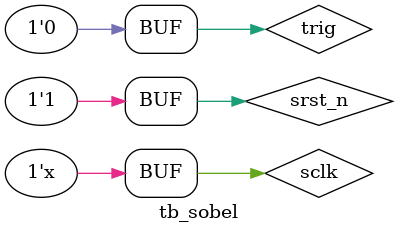
<source format=v>

`timescale 10ns / 10ns
module tb_sobel ();
/////////////////////////////////////////////
// parameter and signals
/////////////////////////////////////////////
// parameter

// regs or wires
reg sclk = 0;
reg srst_n = 0;
reg trig = 0;
/////////////////////////////////////////////
// main code
/////////////////////////////////////////////
// System clock
always #10 sclk = ~sclk;

//inital
initial begin
    #0
     srst_n = 0;
    #20
     srst_n = 1;

end
wire[9:0] r;

reg [15:0] x,y;
reg [7:0] grayPix = 0;

always @ (posedge sclk) begin
    if(!srst_n) begin
        x <= 0;
        y <= 0;
        grayPix <= 0;
    end
    else begin
        x <= (x == 350)? 0 : x + 1;
        y <= (y == 260)? 0 : ((x == 350)?y + 1 : y);
        grayPix <= grayPix + 1;
    end
end

// models
sobel sobel_inst(
          .clock(sclk),
          .reset(~srst_n),

          .x(x),
          .y(y),
          .grayPic(x),
          .resault(r)
      );

/////////////////////////////////////////////
// code end
/////////////////////////////////////////////
endmodule

</source>
